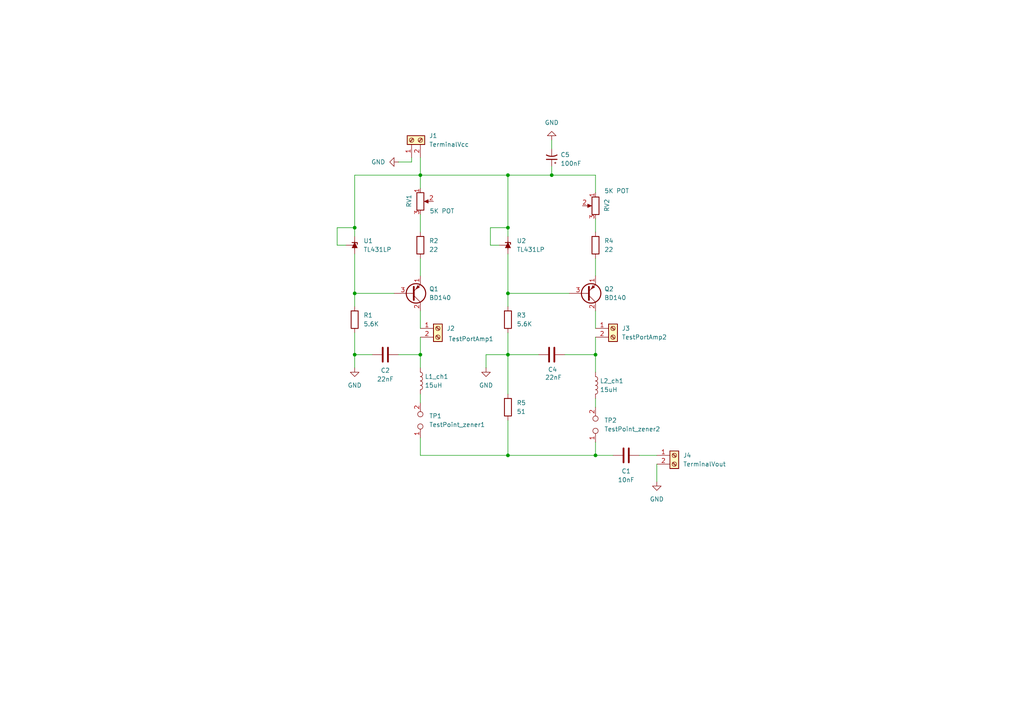
<source format=kicad_sch>
(kicad_sch (version 20231120) (generator "eeschema") (generator_version "8.0")
  (paper "A4")
  (lib_symbols
    (symbol "Connector:Screw_Terminal_01x02" (pin_names (offset 1.016) hide)
      (property "Reference" "J" (at 0 2.54 0))
      (property "Value" "Screw_Terminal_01x02" (at 0 -5.08 0))
      (symbol "Screw_Terminal_01x02_1_1"
        (rectangle (start -1.27 1.27) (end 1.27 -3.81) (stroke (width 0.254)) (fill (type background)))
        (circle (center 0 -2.54) (radius 0.635) (stroke (width 0.1524)))
        (polyline (pts (xy -0.5334 -2.2098) (xy 0.3302 -3.048)) (stroke (width 0.1524)))
        (polyline (pts (xy -0.5334 0.3302) (xy 0.3302 -0.508)) (stroke (width 0.1524)))
        (polyline (pts (xy -0.3556 -2.032) (xy 0.508 -2.8702)) (stroke (width 0.1524)))
        (polyline (pts (xy -0.3556 0.508) (xy 0.508 -0.3302)) (stroke (width 0.1524)))
        (circle (center 0 0) (radius 0.635) (stroke (width 0.1524)))
        (pin passive line (at -5.08 0 0) (length 3.81) (name "Pin_1") (number "1"))
        (pin passive line (at -5.08 -2.54 0) (length 3.81) (name "Pin_2") (number "2"))
      )
    )
    (symbol "Connector:TestPoint_2Pole" (pin_names (offset 0.762) hide)
      (property "Reference" "TP" (at 0 1.524 0))
      (property "Value" "TestPoint_2Pole" (at 0 -1.778 0))
      (symbol "TestPoint_2Pole_0_1"
        (circle (center -1.778 0) (radius 0.762))
        (circle (center 1.778 0) (radius 0.762))
        (pin passive line (at -5.08 0 0) (length 2.54) (name "1") (number "1"))
        (pin passive line (at 5.08 0 180) (length 2.54) (name "2") (number "2"))
      )
    )
    (symbol "Device:C" (pin_numbers hide) (pin_names (offset 0.254))
      (property "Reference" "C" (at 0.635 2.54 0))
      (property "Value" "C" (at 0.635 -2.54 0))
      (symbol "C_0_1"
        (polyline (pts (xy -2.032 -0.762) (xy 2.032 -0.762)) (stroke (width 0.508)))
        (polyline (pts (xy -2.032 0.762) (xy 2.032 0.762)) (stroke (width 0.508)))
      )
      (symbol "C_1_1"
        (pin passive line (at 0 3.81 270) (length 2.794) (name "~") (number "1"))
        (pin passive line (at 0 -3.81 90) (length 2.794) (name "~") (number "2"))
      )
    )
    (symbol "Device:C_Polarized_Small_US" (pin_numbers hide) (pin_names (offset 0.254) hide)
      (property "Reference" "C" (at 0.254 1.778 0))
      (property "Value" "C_Polarized_Small_US" (at 0.254 -2.032 0))
      (symbol "C_Polarized_Small_US_0_1"
        (polyline (pts (xy -1.524 0.508) (xy 1.524 0.508)) (stroke (width 0.3048)))
        (polyline (pts (xy -1.27 1.524) (xy -0.762 1.524)))
        (polyline (pts (xy -1.016 1.27) (xy -1.016 1.778)))
        (arc (start 1.524 -0.762) (mid 0 -0.3734) (end -1.524 -0.762) (stroke (width 0.3048)))
      )
      (symbol "C_Polarized_Small_US_1_1"
        (pin passive line (at 0 2.54 270) (length 2.032) (name "~") (number "1"))
        (pin passive line (at 0 -2.54 90) (length 2.032) (name "~") (number "2"))
      )
    )
    (symbol "Device:L" (pin_numbers hide) (pin_names (offset 1.016) hide)
      (property "Reference" "L" (at -1.27 0 90))
      (property "Value" "L" (at 1.905 0 90))
      (symbol "L_0_1"
        (arc (start 0 -2.54) (mid 0.6323 -1.905) (end 0 -1.27))
        (arc (start 0 -1.27) (mid 0.6323 -0.635) (end 0 0))
        (arc (start 0 0) (mid 0.6323 0.635) (end 0 1.27))
        (arc (start 0 1.27) (mid 0.6323 1.905) (end 0 2.54))
      )
      (symbol "L_1_1"
        (pin passive line (at 0 3.81 270) (length 1.27) (name "1") (number "1"))
        (pin passive line (at 0 -3.81 90) (length 1.27) (name "2") (number "2"))
      )
    )
    (symbol "Device:R" (pin_numbers hide) (pin_names (offset 0))
      (property "Reference" "R" (at 2.032 0 90))
      (property "Value" "R" (at 0 0 90))
      (symbol "R_0_1"
        (rectangle (start -1.016 -2.54) (end 1.016 2.54) (stroke (width 0.254)))
      )
      (symbol "R_1_1"
        (pin passive line (at 0 3.81 270) (length 1.27) (name "~") (number "1"))
        (pin passive line (at 0 -3.81 90) (length 1.27) (name "~") (number "2"))
      )
    )
    (symbol "Device:R_Potentiometer" (pin_names (offset 1.016) hide)
      (property "Reference" "RV" (at -4.445 0 90))
      (property "Value" "R_Potentiometer" (at -2.54 0 90))
      (symbol "R_Potentiometer_0_1"
        (polyline (pts (xy 2.54 0) (xy 1.524 0)))
        (polyline (pts (xy 1.143 0) (xy 2.286 0.508) (xy 2.286 -0.508) (xy 1.143 0)) (fill (type outline)))
        (rectangle (start 1.016 2.54) (end -1.016 -2.54) (stroke (width 0.254)))
      )
      (symbol "R_Potentiometer_1_1"
        (pin passive line (at 0 3.81 270) (length 1.27) (name "1") (number "1"))
        (pin passive line (at 3.81 0 180) (length 1.27) (name "2") (number "2"))
        (pin passive line (at 0 -3.81 90) (length 1.27) (name "3") (number "3"))
      )
    )
    (symbol "Reference_Voltage:TL431LP" (pin_numbers hide) (pin_names hide)
      (property "Reference" "U" (at -2.54 2.54 0))
      (property "Value" "TL431LP" (at 0 -2.54 0))
      (symbol "TL431LP_0_1"
        (polyline (pts (xy -1.27 0) (xy 0 0) (xy 1.27 0)))
        (polyline (pts (xy -0.762 -0.762) (xy -0.762 0.762) (xy 0.762 0) (xy -0.762 -0.762)) (fill (type outline)))
        (polyline (pts (xy 0.254 -0.762) (xy 0.762 -0.762) (xy 0.762 0.762) (xy 0.762 0.762)) (stroke (width 0.254)))
      )
      (symbol "TL431LP_1_1"
        (pin passive line (at 0 2.54 270) (length 2.54) (name "REF") (number "1"))
        (pin passive line (at -2.54 0 0) (length 2.54) (name "A") (number "2"))
        (pin passive line (at 2.54 0 180) (length 2.54) (name "K") (number "3"))
      )
    )
    (symbol "Transistor_BJT:BD140" (pin_names (offset 0) hide)
      (property "Reference" "Q" (at 5.08 1.905 0))
      (property "Value" "BD140" (at 5.08 0 0))
      (symbol "BD140_0_1"
        (polyline (pts (xy 0 0) (xy 0.635 0)))
        (polyline (pts (xy 2.54 -2.54) (xy 0.635 -0.635)))
        (polyline (pts (xy 2.54 2.54) (xy 0.635 0.635)))
        (polyline (pts (xy 0.635 1.905) (xy 0.635 -1.905) (xy 0.635 -1.905)) (stroke (width 0.508)) (fill (type outline)))
        (polyline (pts (xy 1.778 -2.286) (xy 2.286 -1.778) (xy 1.27 -1.27) (xy 1.778 -2.286) (xy 1.778 -2.286)) (fill (type outline)))
        (circle (center 1.27 0) (radius 2.8194) (stroke (width 0.3048)))
      )
      (symbol "BD140_1_1"
        (pin passive line (at 2.54 -5.08 90) (length 2.54) (name "E") (number "1"))
        (pin passive line (at 2.54 5.08 270) (length 2.54) (name "C") (number "2"))
        (pin input line (at -5.08 0 0) (length 5.08) (name "B") (number "3"))
      )
    )
    (symbol "power:GND" (power) (pin_numbers hide) (pin_names (offset 0) hide)
      (property "Value" "GND" (at 0 -3.81 0))
      (symbol "GND_0_1"
        (polyline (pts (xy 0 0) (xy 0 -1.27) (xy 1.27 -1.27) (xy 0 -2.54) (xy -1.27 -1.27) (xy 0 -1.27)))
      )
      (symbol "GND_1_1"
        (pin power_in line (at 0 0 270) (length 0) (name "~") (number "1"))
      )
    )
  )
  (junction (at 102.87 102.87))
  (junction (at 172.72 132.08))
  (junction (at 121.92 102.87))
  (junction (at 172.72 102.87))
  (junction (at 147.32 132.08))
  (junction (at 121.92 50.8))
  (junction (at 147.32 66.04))
  (junction (at 102.87 66.04))
  (junction (at 147.32 50.8))
  (junction (at 147.32 85.09))
  (junction (at 147.32 102.87))
  (junction (at 102.87 85.09))
  (junction (at 160.02 50.8))
  (wire (pts (xy 100.33 71.12) (xy 97.79 71.12)))
  (wire (pts (xy 172.72 115.57) (xy 172.72 118.11)))
  (wire (pts (xy 147.32 102.87) (xy 147.32 114.3)))
  (wire (pts (xy 185.42 132.08) (xy 190.5 132.08)))
  (wire (pts (xy 172.72 50.8) (xy 172.72 55.88)))
  (wire (pts (xy 102.87 85.09) (xy 102.87 88.9)))
  (wire (pts (xy 147.32 88.9) (xy 147.32 85.09)))
  (wire (pts (xy 121.92 50.8) (xy 121.92 54.61)))
  (wire (pts (xy 147.32 121.92) (xy 147.32 132.08)))
  (wire (pts (xy 115.57 46.99) (xy 119.38 46.99)))
  (wire (pts (xy 147.32 102.87) (xy 156.21 102.87)))
  (wire (pts (xy 121.92 114.3) (xy 121.92 116.84)))
  (wire (pts (xy 172.72 63.5) (xy 172.72 67.31)))
  (wire (pts (xy 121.92 74.93) (xy 121.92 80.01)))
  (wire (pts (xy 121.92 62.23) (xy 121.92 67.31)))
  (wire (pts (xy 121.92 90.17) (xy 121.92 95.25)))
  (wire (pts (xy 121.92 97.79) (xy 121.92 102.87)))
  (wire (pts (xy 163.83 102.87) (xy 172.72 102.87)))
  (wire (pts (xy 119.38 45.72) (xy 119.38 46.99)))
  (wire (pts (xy 121.92 45.72) (xy 121.92 50.8)))
  (wire (pts (xy 172.72 128.27) (xy 172.72 132.08)))
  (wire (pts (xy 97.79 66.04) (xy 97.79 71.12)))
  (wire (pts (xy 102.87 50.8) (xy 121.92 50.8)))
  (wire (pts (xy 190.5 134.62) (xy 190.5 139.7)))
  (wire (pts (xy 142.24 71.12) (xy 142.24 66.04)))
  (wire (pts (xy 172.72 102.87) (xy 172.72 107.95)))
  (wire (pts (xy 102.87 66.04) (xy 102.87 68.58)))
  (wire (pts (xy 172.72 132.08) (xy 177.8 132.08)))
  (wire (pts (xy 140.97 102.87) (xy 147.32 102.87)))
  (wire (pts (xy 147.32 50.8) (xy 147.32 66.04)))
  (wire (pts (xy 172.72 97.79) (xy 172.72 102.87)))
  (wire (pts (xy 160.02 48.26) (xy 160.02 50.8)))
  (wire (pts (xy 160.02 40.64) (xy 160.02 43.18)))
  (wire (pts (xy 121.92 50.8) (xy 147.32 50.8)))
  (wire (pts (xy 121.92 106.68) (xy 121.92 102.87)))
  (wire (pts (xy 147.32 96.52) (xy 147.32 102.87)))
  (wire (pts (xy 147.32 50.8) (xy 160.02 50.8)))
  (wire (pts (xy 144.78 71.12) (xy 142.24 71.12)))
  (wire (pts (xy 142.24 66.04) (xy 147.32 66.04)))
  (wire (pts (xy 102.87 85.09) (xy 114.3 85.09)))
  (wire (pts (xy 147.32 132.08) (xy 172.72 132.08)))
  (wire (pts (xy 115.57 102.87) (xy 121.92 102.87)))
  (wire (pts (xy 140.97 106.68) (xy 140.97 102.87)))
  (wire (pts (xy 172.72 74.93) (xy 172.72 80.01)))
  (wire (pts (xy 102.87 96.52) (xy 102.87 102.87)))
  (wire (pts (xy 102.87 66.04) (xy 102.87 50.8)))
  (wire (pts (xy 97.79 66.04) (xy 102.87 66.04)))
  (wire (pts (xy 121.92 127) (xy 121.92 132.08)))
  (wire (pts (xy 102.87 102.87) (xy 107.95 102.87)))
  (wire (pts (xy 147.32 85.09) (xy 165.1 85.09)))
  (wire (pts (xy 172.72 90.17) (xy 172.72 95.25)))
  (wire (pts (xy 102.87 102.87) (xy 102.87 106.68)))
  (wire (pts (xy 147.32 73.66) (xy 147.32 85.09)))
  (wire (pts (xy 147.32 66.04) (xy 147.32 68.58)))
  (wire (pts (xy 102.87 73.66) (xy 102.87 85.09)))
  (wire (pts (xy 121.92 132.08) (xy 147.32 132.08)))
  (wire (pts (xy 160.02 50.8) (xy 172.72 50.8)))
  (symbol (lib_id "Transistor_BJT:BD140") (at 170.18 85.09 0) (mirror x) (unit 1)
    (property "Reference" "Q2" (at 175.26 83.8199 0) (effects (justify left)))
    (property "Value" "BD140" (at 175.26 86.3599 0) (effects (justify left)))
    (property "Footprint" "Package_TO_SOT_THT:TO-126-3_Vertical" (effects (hide yes)))
    (property "Datasheet" "http://www.st.com/internet/com/TECHNICAL_RESOURCES/TECHNICAL_LITERATURE/DATASHEET/CD00001225.pdf" (effects (hide yes)))
    (property "Description" "1.5A Ic, 80V Vce, Low Voltage Transistor, TO-126" (effects (hide yes)))
  )
  (symbol (lib_id "Device:R") (at 121.92 71.12 0) (unit 1)
    (property "Reference" "R2" (at 124.46 69.8499 0) (effects (justify left)))
    (property "Value" "22" (at 124.46 72.3899 0) (effects (justify left)))
    (property "Footprint" "Resistor_THT:R_Axial_DIN0207_L6.3mm_D2.5mm_P10.16mm_Horizontal" (effects (hide yes)))
    (property "Description" "Resistor" (effects (hide yes)))
  )
  (symbol (lib_id "Connector:Screw_Terminal_01x02") (at 177.8 95.25 0) (unit 1)
    (property "Reference" "J3" (at 180.34 95.2499 0) (effects (justify left)))
    (property "Value" "TestPortAmp2" (at 180.34 97.7899 0) (effects (justify left)))
    (property "Footprint" "TerminalBlock:TerminalBlock_bornier-2_P5.08mm" (effects (hide yes)))
    (property "Description" "Generic screw terminal, single row, 01x02, script generated (kicad-library-utils/schlib/autogen/connector/)" (effects (hide yes)))
  )
  (symbol (lib_id "Device:R_Potentiometer") (at 121.92 58.42 0) (unit 1)
    (property "Reference" "RV1" (at 118.618 56.388 90) (effects (justify right)))
    (property "Value" "5K POT" (at 131.826 61.214 0) (effects (justify right)))
    (property "Footprint" "Potentiometer_THT:Potentiometer_Bourns_3266W_Vertical" (effects (hide yes)))
    (property "Description" "Potentiometer" (effects (hide yes)))
  )
  (symbol (lib_id "Device:C_Polarized_Small_US") (at 160.02 45.72 180) (unit 1)
    (property "Reference" "C5" (at 162.56 44.8817 0) (effects (justify right)))
    (property "Value" "100nF" (at 162.56 47.4217 0) (effects (justify right)))
    (property "Footprint" "Capacitor_THT:CP_Radial_D8.0mm_P5.00mm" (effects (hide yes)))
    (property "Description" "Polarized capacitor, small US symbol" (effects (hide yes)))
  )
  (symbol (lib_id "Device:L") (at 172.72 111.76 0) (unit 1)
    (property "Reference" "L2_ch1" (at 173.99 110.4899 0) (effects (justify left)))
    (property "Value" "15uH" (at 173.99 113.0299 0) (effects (justify left)))
    (property "Footprint" "Inductor_THT:L_Axial_L6.6mm_D2.7mm_P10.16mm_Horizontal_Vishay_IM-2" (effects (hide yes)))
    (property "Description" "Inductor" (effects (hide yes)))
  )
  (symbol (lib_id "Connector:Screw_Terminal_01x02") (at 119.38 40.64 90) (unit 1)
    (property "Reference" "J1" (at 124.46 39.3699 90) (effects (justify right)))
    (property "Value" "TerminalVcc" (at 124.46 41.9099 90) (effects (justify right)))
    (property "Footprint" "TerminalBlock:TerminalBlock_bornier-2_P5.08mm" (effects (hide yes)))
    (property "Description" "Generic screw terminal, single row, 01x02, script generated (kicad-library-utils/schlib/autogen/connector/)" (effects (hide yes)))
  )
  (symbol (lib_id "Connector:Screw_Terminal_01x02") (at 127 95.25 0) (unit 1)
    (property "Reference" "J2" (at 129.54 95.2499 0) (effects (justify left)))
    (property "Value" "TestPortAmp1" (at 130.048 98.298 0) (effects (justify left)))
    (property "Footprint" "TerminalBlock:TerminalBlock_bornier-2_P5.08mm" (effects (hide yes)))
    (property "Description" "Generic screw terminal, single row, 01x02, script generated (kicad-library-utils/schlib/autogen/connector/)" (effects (hide yes)))
  )
  (symbol (lib_id "Device:R") (at 147.32 118.11 0) (unit 1)
    (property "Reference" "R5" (at 149.86 116.8399 0) (effects (justify left)))
    (property "Value" "51" (at 149.86 119.3799 0) (effects (justify left)))
    (property "Footprint" "Resistor_THT:R_Axial_DIN0207_L6.3mm_D2.5mm_P10.16mm_Horizontal" (effects (hide yes)))
    (property "Description" "Resistor" (effects (hide yes)))
  )
  (symbol (lib_id "Device:L") (at 121.92 110.49 0) (unit 1)
    (property "Reference" "L1_ch1" (at 123.19 109.2199 0) (effects (justify left)))
    (property "Value" "15uH" (at 123.19 111.7599 0) (effects (justify left)))
    (property "Footprint" "Inductor_THT:L_Axial_L6.6mm_D2.7mm_P10.16mm_Horizontal_Vishay_IM-2" (effects (hide yes)))
    (property "Description" "Inductor" (effects (hide yes)))
  )
  (symbol (lib_id "power:GND") (at 140.97 106.68 0) (unit 1)
    (property "Reference" "#PWR03" (effects (hide yes)))
    (property "Value" "GND" (at 140.97 111.76 0))
    (property "Description" "Power symbol creates a global label with name \"GND\" , ground" (effects (hide yes)))
  )
  (symbol (lib_id "power:GND") (at 190.5 139.7 0) (unit 1)
    (property "Reference" "#PWR05" (effects (hide yes)))
    (property "Value" "GND" (at 190.5 144.78 0))
    (property "Description" "Power symbol creates a global label with name \"GND\" , ground" (effects (hide yes)))
  )
  (symbol (lib_id "Connector:TestPoint_2Pole") (at 172.72 123.19 90) (unit 1)
    (property "Reference" "TP2" (at 175.26 121.9199 90) (effects (justify right)))
    (property "Value" "TestPoint_zener2" (at 175.26 124.4599 90) (effects (justify right)))
    (property "Footprint" "Diode_THT:D_DO-35_SOD27_P12.70mm_Horizontal" (effects (hide yes)))
    (property "Description" "2-polar test point" (effects (hide yes)))
  )
  (symbol (lib_id "Connector:Screw_Terminal_01x02") (at 195.58 132.08 0) (unit 1)
    (property "Reference" "J4" (at 198.12 132.0799 0) (effects (justify left)))
    (property "Value" "TerminalVout" (at 198.12 134.6199 0) (effects (justify left)))
    (property "Footprint" "TerminalBlock:TerminalBlock_bornier-2_P5.08mm" (effects (hide yes)))
    (property "Description" "Generic screw terminal, single row, 01x02, script generated (kicad-library-utils/schlib/autogen/connector/)" (effects (hide yes)))
  )
  (symbol (lib_id "Device:R_Potentiometer") (at 172.72 59.69 0) (mirror y) (unit 1)
    (property "Reference" "RV2" (at 176.022 57.658 90) (effects (justify right)))
    (property "Value" "5K POT" (at 175.26 55.372 0) (effects (justify right)))
    (property "Footprint" "Potentiometer_THT:Potentiometer_Bourns_3266W_Vertical" (effects (hide yes)))
    (property "Description" "Potentiometer" (effects (hide yes)))
  )
  (symbol (lib_id "Device:C") (at 181.61 132.08 90) (unit 1)
    (property "Reference" "C1" (at 181.61 136.652 90))
    (property "Value" "10nF" (at 181.61 139.192 90))
    (property "Footprint" "Capacitor_THT:C_Disc_D6.0mm_W2.5mm_P5.00mm" (effects (hide yes)))
    (property "Description" "Unpolarized capacitor" (effects (hide yes)))
  )
  (symbol (lib_id "Device:R") (at 147.32 92.71 0) (unit 1)
    (property "Reference" "R3" (at 149.86 91.4399 0) (effects (justify left)))
    (property "Value" "5.6K" (at 149.86 93.9799 0) (effects (justify left)))
    (property "Footprint" "Resistor_THT:R_Axial_DIN0207_L6.3mm_D2.5mm_P10.16mm_Horizontal" (effects (hide yes)))
    (property "Description" "Resistor" (effects (hide yes)))
  )
  (symbol (lib_id "power:GND") (at 102.87 106.68 0) (unit 1)
    (property "Reference" "#PWR02" (effects (hide yes)))
    (property "Value" "GND" (at 102.87 111.76 0))
    (property "Description" "Power symbol creates a global label with name \"GND\" , ground" (effects (hide yes)))
  )
  (symbol (lib_id "Device:C") (at 160.02 102.87 90) (unit 1)
    (property "Reference" "C4" (at 160.274 107.188 90))
    (property "Value" "22nF" (at 160.528 109.474 90))
    (property "Footprint" "Capacitor_THT:C_Disc_D6.0mm_W2.5mm_P5.00mm" (effects (hide yes)))
    (property "Description" "Unpolarized capacitor" (effects (hide yes)))
  )
  (symbol (lib_id "power:GND") (at 160.02 40.64 180) (unit 1)
    (property "Reference" "#PWR04" (effects (hide yes)))
    (property "Value" "GND" (at 160.02 35.56 0))
    (property "Description" "Power symbol creates a global label with name \"GND\" , ground" (effects (hide yes)))
  )
  (symbol (lib_id "Transistor_BJT:BD140") (at 119.38 85.09 0) (mirror x) (unit 1)
    (property "Reference" "Q1" (at 124.46 83.8199 0) (effects (justify left)))
    (property "Value" "BD140" (at 124.46 86.3599 0) (effects (justify left)))
    (property "Footprint" "Package_TO_SOT_THT:TO-126-3_Vertical" (effects (hide yes)))
    (property "Datasheet" "http://www.st.com/internet/com/TECHNICAL_RESOURCES/TECHNICAL_LITERATURE/DATASHEET/CD00001225.pdf" (effects (hide yes)))
    (property "Description" "1.5A Ic, 80V Vce, Low Voltage Transistor, TO-126" (effects (hide yes)))
  )
  (symbol (lib_id "Device:C") (at 111.76 102.87 90) (unit 1)
    (property "Reference" "C2" (at 111.76 107.442 90))
    (property "Value" "22nF" (at 111.76 109.982 90))
    (property "Footprint" "Capacitor_THT:C_Disc_D6.0mm_W2.5mm_P5.00mm" (effects (hide yes)))
    (property "Description" "Unpolarized capacitor" (effects (hide yes)))
  )
  (symbol (lib_id "Reference_Voltage:TL431LP") (at 147.32 71.12 90) (unit 1)
    (property "Reference" "U2" (at 149.86 69.8499 90) (effects (justify right)))
    (property "Value" "TL431LP" (at 149.86 72.3899 90) (effects (justify right)))
    (property "Footprint" "Package_TO_SOT_THT:TO-92_Inline" (effects (hide yes)))
    (property "Datasheet" "http://www.ti.com/lit/ds/symlink/tl431.pdf" (effects (hide yes)))
    (property "Description" "Shunt Regulator, TO-92" (effects (hide yes)))
  )
  (symbol (lib_id "Reference_Voltage:TL431LP") (at 102.87 71.12 90) (unit 1)
    (property "Reference" "U1" (at 105.41 69.8499 90) (effects (justify right)))
    (property "Value" "TL431LP" (at 105.41 72.3899 90) (effects (justify right)))
    (property "Footprint" "Package_TO_SOT_THT:TO-92_Inline" (effects (hide yes)))
    (property "Datasheet" "http://www.ti.com/lit/ds/symlink/tl431.pdf" (effects (hide yes)))
    (property "Description" "Shunt Regulator, TO-92" (effects (hide yes)))
  )
  (symbol (lib_id "power:GND") (at 115.57 46.99 270) (unit 1)
    (property "Reference" "#PWR01" (effects (hide yes)))
    (property "Value" "GND" (at 111.76 46.9899 90) (effects (justify right)))
    (property "Description" "Power symbol creates a global label with name \"GND\" , ground" (effects (hide yes)))
  )
  (symbol (lib_id "Device:R") (at 172.72 71.12 0) (unit 1)
    (property "Reference" "R4" (at 175.26 69.8499 0) (effects (justify left)))
    (property "Value" "22" (at 175.26 72.3899 0) (effects (justify left)))
    (property "Footprint" "Resistor_THT:R_Axial_DIN0207_L6.3mm_D2.5mm_P10.16mm_Horizontal" (effects (hide yes)))
    (property "Description" "Resistor" (effects (hide yes)))
  )
  (symbol (lib_id "Connector:TestPoint_2Pole") (at 121.92 121.92 90) (unit 1)
    (property "Reference" "TP1" (at 124.46 120.6499 90) (effects (justify right)))
    (property "Value" "TestPoint_zener1" (at 124.46 123.1899 90) (effects (justify right)))
    (property "Footprint" "Diode_THT:D_DO-35_SOD27_P12.70mm_Horizontal" (effects (hide yes)))
    (property "Description" "2-polar test point" (effects (hide yes)))
  )
  (symbol (lib_id "Device:R") (at 102.87 92.71 0) (unit 1)
    (property "Reference" "R1" (at 105.41 91.4399 0) (effects (justify left)))
    (property "Value" "5.6K" (at 105.41 93.9799 0) (effects (justify left)))
    (property "Footprint" "Resistor_THT:R_Axial_DIN0207_L6.3mm_D2.5mm_P10.16mm_Horizontal" (effects (hide yes)))
    (property "Description" "Resistor" (effects (hide yes)))
  )
)
</source>
